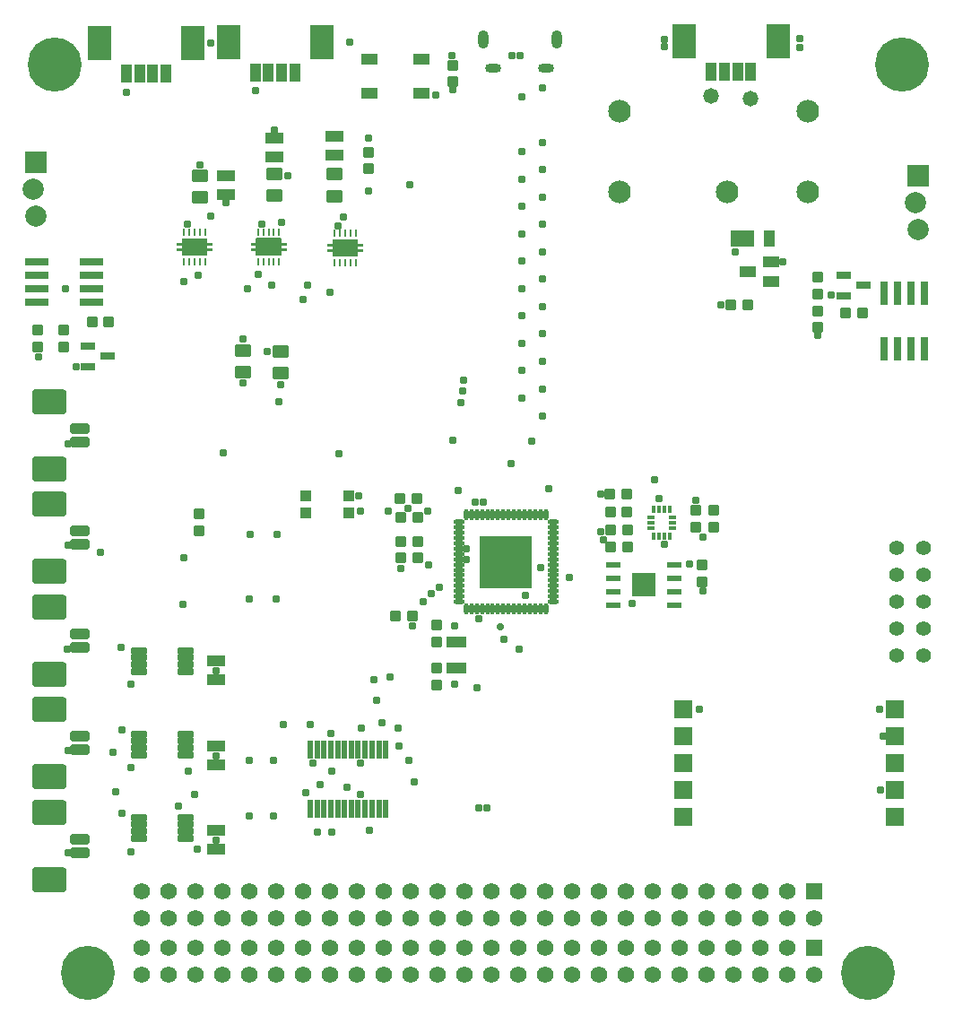
<source format=gts>
G04*
G04 #@! TF.GenerationSoftware,Altium Limited,Altium Designer,22.6.1 (34)*
G04*
G04 Layer_Color=8388736*
%FSLAX25Y25*%
%MOIN*%
G70*
G04*
G04 #@! TF.SameCoordinates,44BA9B1E-1016-45A4-B772-E771DC22F3FE*
G04*
G04*
G04 #@! TF.FilePolarity,Negative*
G04*
G01*
G75*
%ADD23R,0.06706X0.04147*%
G04:AMPARAMS|DCode=24|XSize=25.72mil|YSize=61.15mil|CornerRadius=5.95mil|HoleSize=0mil|Usage=FLASHONLY|Rotation=90.000|XOffset=0mil|YOffset=0mil|HoleType=Round|Shape=RoundedRectangle|*
%AMROUNDEDRECTD24*
21,1,0.02572,0.04925,0,0,90.0*
21,1,0.01382,0.06115,0,0,90.0*
1,1,0.01190,0.02463,0.00691*
1,1,0.01190,0.02463,-0.00691*
1,1,0.01190,-0.02463,-0.00691*
1,1,0.01190,-0.02463,0.00691*
%
%ADD24ROUNDEDRECTD24*%
G04:AMPARAMS|DCode=25|XSize=90.68mil|YSize=126.11mil|CornerRadius=8.96mil|HoleSize=0mil|Usage=FLASHONLY|Rotation=270.000|XOffset=0mil|YOffset=0mil|HoleType=Round|Shape=RoundedRectangle|*
%AMROUNDEDRECTD25*
21,1,0.09068,0.10819,0,0,270.0*
21,1,0.07276,0.12611,0,0,270.0*
1,1,0.01792,-0.05409,-0.03638*
1,1,0.01792,-0.05409,0.03638*
1,1,0.01792,0.05409,0.03638*
1,1,0.01792,0.05409,-0.03638*
%
%ADD25ROUNDEDRECTD25*%
G04:AMPARAMS|DCode=26|XSize=39.5mil|YSize=70.99mil|CornerRadius=7.94mil|HoleSize=0mil|Usage=FLASHONLY|Rotation=270.000|XOffset=0mil|YOffset=0mil|HoleType=Round|Shape=RoundedRectangle|*
%AMROUNDEDRECTD26*
21,1,0.03950,0.05512,0,0,270.0*
21,1,0.02362,0.07099,0,0,270.0*
1,1,0.01587,-0.02756,-0.01181*
1,1,0.01587,-0.02756,0.01181*
1,1,0.01587,0.02756,0.01181*
1,1,0.01587,0.02756,-0.01181*
%
%ADD26ROUNDEDRECTD26*%
%ADD27R,0.02200X0.06600*%
%ADD28R,0.06706X0.06706*%
%ADD29R,0.07487X0.04337*%
%ADD30R,0.01384X0.03057*%
%ADD31R,0.03057X0.01384*%
%ADD32R,0.09161X0.06012*%
%ADD33R,0.04043X0.06012*%
%ADD34R,0.06306X0.04337*%
%ADD35R,0.08768X0.08768*%
%ADD36R,0.05224X0.02272*%
%ADD37O,0.01981X0.04147*%
%ADD38O,0.04147X0.01981*%
%ADD39R,0.19698X0.19698*%
%ADD40R,0.09100X0.02800*%
%ADD41R,0.03943X0.03943*%
G04:AMPARAMS|DCode=42|XSize=38.45mil|YSize=41.4mil|CornerRadius=6.31mil|HoleSize=0mil|Usage=FLASHONLY|Rotation=270.000|XOffset=0mil|YOffset=0mil|HoleType=Round|Shape=RoundedRectangle|*
%AMROUNDEDRECTD42*
21,1,0.03845,0.02879,0,0,270.0*
21,1,0.02584,0.04140,0,0,270.0*
1,1,0.01261,-0.01440,-0.01292*
1,1,0.01261,-0.01440,0.01292*
1,1,0.01261,0.01440,0.01292*
1,1,0.01261,0.01440,-0.01292*
%
%ADD42ROUNDEDRECTD42*%
%ADD43R,0.05700X0.02700*%
%ADD44R,0.06012X0.04437*%
G04:AMPARAMS|DCode=45|XSize=49.28mil|YSize=59.12mil|CornerRadius=6.98mil|HoleSize=0mil|Usage=FLASHONLY|Rotation=90.000|XOffset=0mil|YOffset=0mil|HoleType=Round|Shape=RoundedRectangle|*
%AMROUNDEDRECTD45*
21,1,0.04928,0.04516,0,0,90.0*
21,1,0.03532,0.05912,0,0,90.0*
1,1,0.01396,0.02258,0.01766*
1,1,0.01396,0.02258,-0.01766*
1,1,0.01396,-0.02258,-0.01766*
1,1,0.01396,-0.02258,0.01766*
%
%ADD45ROUNDEDRECTD45*%
%ADD46R,0.09068X0.12611*%
%ADD47R,0.03950X0.07099*%
%ADD48C,0.05847*%
G04:AMPARAMS|DCode=49|XSize=23.62mil|YSize=9.45mil|CornerRadius=1.98mil|HoleSize=0mil|Usage=FLASHONLY|Rotation=270.000|XOffset=0mil|YOffset=0mil|HoleType=Round|Shape=RoundedRectangle|*
%AMROUNDEDRECTD49*
21,1,0.02362,0.00548,0,0,270.0*
21,1,0.01965,0.00945,0,0,270.0*
1,1,0.00397,-0.00274,-0.00983*
1,1,0.00397,-0.00274,0.00983*
1,1,0.00397,0.00274,0.00983*
1,1,0.00397,0.00274,-0.00983*
%
%ADD49ROUNDEDRECTD49*%
G04:AMPARAMS|DCode=50|XSize=38.45mil|YSize=41.4mil|CornerRadius=6.31mil|HoleSize=0mil|Usage=FLASHONLY|Rotation=0.000|XOffset=0mil|YOffset=0mil|HoleType=Round|Shape=RoundedRectangle|*
%AMROUNDEDRECTD50*
21,1,0.03845,0.02879,0,0,0.0*
21,1,0.02584,0.04140,0,0,0.0*
1,1,0.01261,0.01292,-0.01440*
1,1,0.01261,-0.01292,-0.01440*
1,1,0.01261,-0.01292,0.01440*
1,1,0.01261,0.01292,0.01440*
%
%ADD50ROUNDEDRECTD50*%
%ADD51R,0.02800X0.09100*%
%ADD52R,0.06194X0.06194*%
%ADD53C,0.06194*%
%ADD54C,0.05518*%
%ADD55C,0.07900*%
%ADD56R,0.07900X0.07900*%
%ADD57O,0.03851X0.06902*%
%ADD58O,0.05918X0.03359*%
%ADD59C,0.08400*%
%ADD60C,0.20085*%
%ADD61C,0.03099*%
%ADD62C,0.02769*%
%ADD63C,0.01968*%
%ADD64C,0.05800*%
G36*
X733996Y294185D02*
X734035D01*
X734107Y294155D01*
X734163Y294100D01*
X734193Y294027D01*
Y293988D01*
X734193Y292413D01*
X735965Y292413D01*
Y292413D01*
X736004D01*
X736076Y292383D01*
X736131Y292328D01*
X736161Y292256D01*
Y292216D01*
X736161Y291626D01*
Y291626D01*
X736161Y291587D01*
X736131Y291514D01*
X736076Y291459D01*
X736004Y291429D01*
X735965Y291429D01*
X734193Y291429D01*
Y290445D01*
X735965Y290445D01*
Y290445D01*
X736004Y290445D01*
X736076Y290415D01*
X736131Y290359D01*
X736161Y290287D01*
X736161Y290248D01*
Y289657D01*
X736161D01*
Y289618D01*
X736131Y289546D01*
X736076Y289491D01*
X736004Y289461D01*
X735965D01*
X734193Y289461D01*
Y287886D01*
X734193Y287886D01*
Y287847D01*
X734163Y287774D01*
X734107Y287719D01*
X734035Y287689D01*
X724902D01*
X724829Y287719D01*
X724774Y287774D01*
X724744Y287847D01*
Y287886D01*
X724744Y289461D01*
X722972Y289461D01*
X722933D01*
X722861Y289491D01*
X722806Y289546D01*
X722776Y289618D01*
Y289657D01*
Y290248D01*
X722776D01*
Y290287D01*
X722806Y290359D01*
X722861Y290415D01*
X722933Y290445D01*
X722972Y290445D01*
X724744D01*
Y291429D01*
X722972Y291429D01*
X722972D01*
X722933Y291429D01*
X722861Y291459D01*
X722806Y291514D01*
X722776Y291587D01*
X722776Y291626D01*
X722776Y292216D01*
Y292256D01*
X722806Y292328D01*
X722861Y292383D01*
X722933Y292413D01*
X722972D01*
X724744Y292413D01*
Y293988D01*
X724744D01*
Y294027D01*
X724774Y294100D01*
X724829Y294155D01*
X724902Y294185D01*
X724941D01*
X733996Y294185D01*
X733996Y294185D01*
D02*
G37*
G36*
X761527Y294248D02*
X761567D01*
X761639Y294218D01*
X761694Y294163D01*
X761724Y294090D01*
Y294051D01*
X761724Y292476D01*
X763496Y292476D01*
Y292476D01*
X763535D01*
X763608Y292446D01*
X763663Y292391D01*
X763693Y292319D01*
Y292280D01*
X763693Y291689D01*
Y291689D01*
X763693Y291650D01*
X763663Y291578D01*
X763608Y291522D01*
X763535Y291492D01*
X763496Y291492D01*
X761724Y291492D01*
Y290508D01*
X763496Y290508D01*
Y290508D01*
X763535Y290508D01*
X763608Y290478D01*
X763663Y290423D01*
X763693Y290350D01*
X763693Y290311D01*
Y289721D01*
X763693D01*
Y289681D01*
X763663Y289609D01*
X763608Y289554D01*
X763535Y289524D01*
X763496D01*
X761724Y289524D01*
Y287949D01*
X761724Y287949D01*
Y287910D01*
X761694Y287837D01*
X761639Y287782D01*
X761567Y287752D01*
X752433D01*
X752361Y287782D01*
X752306Y287837D01*
X752276Y287910D01*
Y287949D01*
X752276Y289524D01*
X750504Y289524D01*
X750465D01*
X750392Y289554D01*
X750337Y289609D01*
X750307Y289681D01*
Y289721D01*
Y290311D01*
X750307D01*
Y290350D01*
X750337Y290423D01*
X750392Y290478D01*
X750465Y290508D01*
X750504Y290508D01*
X752276D01*
Y291492D01*
X750504Y291492D01*
X750504D01*
X750465Y291492D01*
X750392Y291522D01*
X750337Y291578D01*
X750307Y291650D01*
X750307Y291689D01*
X750307Y292280D01*
Y292319D01*
X750337Y292391D01*
X750392Y292446D01*
X750465Y292476D01*
X750504D01*
X752276Y292476D01*
Y294051D01*
X752276D01*
Y294090D01*
X752306Y294163D01*
X752361Y294218D01*
X752433Y294248D01*
X752472D01*
X761528Y294248D01*
X761527Y294248D01*
D02*
G37*
G36*
X790028Y293748D02*
X790067D01*
X790139Y293718D01*
X790194Y293663D01*
X790224Y293590D01*
Y293551D01*
X790224Y291976D01*
X791996Y291976D01*
Y291976D01*
X792035D01*
X792108Y291946D01*
X792163Y291891D01*
X792193Y291819D01*
Y291779D01*
X792193Y291189D01*
Y291189D01*
X792193Y291150D01*
X792163Y291077D01*
X792108Y291022D01*
X792035Y290992D01*
X791996Y290992D01*
X790224Y290992D01*
Y290008D01*
X791996Y290008D01*
Y290008D01*
X792035Y290008D01*
X792108Y289978D01*
X792163Y289922D01*
X792193Y289850D01*
X792193Y289811D01*
Y289220D01*
X792193D01*
Y289181D01*
X792163Y289109D01*
X792108Y289054D01*
X792035Y289024D01*
X791996D01*
X790224Y289024D01*
Y287449D01*
X790224Y287449D01*
Y287410D01*
X790194Y287337D01*
X790139Y287282D01*
X790067Y287252D01*
X780933D01*
X780861Y287282D01*
X780806Y287337D01*
X780776Y287410D01*
Y287449D01*
X780776Y289024D01*
X779004Y289024D01*
X778965D01*
X778892Y289054D01*
X778837Y289109D01*
X778807Y289181D01*
Y289220D01*
Y289811D01*
X778807D01*
Y289850D01*
X778837Y289922D01*
X778892Y289978D01*
X778965Y290008D01*
X779004Y290008D01*
X780776D01*
Y290992D01*
X779004Y290992D01*
X779004D01*
X778965Y290992D01*
X778892Y291022D01*
X778837Y291077D01*
X778807Y291150D01*
X778807Y291189D01*
X778807Y291779D01*
Y291819D01*
X778837Y291891D01*
X778892Y291946D01*
X778965Y291976D01*
X779004D01*
X780776Y291976D01*
Y293551D01*
X780776D01*
Y293590D01*
X780806Y293663D01*
X780861Y293718D01*
X780933Y293748D01*
X780972D01*
X790028Y293748D01*
X790028Y293748D01*
D02*
G37*
D23*
X737500Y67055D02*
D03*
Y73945D02*
D03*
Y105445D02*
D03*
Y98555D02*
D03*
X781500Y331945D02*
D03*
Y325055D02*
D03*
X737500Y137000D02*
D03*
Y130110D02*
D03*
X741000Y317445D02*
D03*
Y310555D02*
D03*
X759000Y331445D02*
D03*
Y324555D02*
D03*
D24*
X726260Y133161D02*
D03*
Y135721D02*
D03*
Y138279D02*
D03*
X708740Y133161D02*
D03*
Y135721D02*
D03*
Y138279D02*
D03*
Y140839D02*
D03*
X726260D02*
D03*
Y71161D02*
D03*
Y73721D02*
D03*
Y76279D02*
D03*
X708740Y71161D02*
D03*
Y73721D02*
D03*
Y76279D02*
D03*
Y78839D02*
D03*
X726260D02*
D03*
Y109839D02*
D03*
X708740D02*
D03*
Y107280D02*
D03*
Y104720D02*
D03*
Y102161D02*
D03*
X726260Y107280D02*
D03*
Y104720D02*
D03*
Y102161D02*
D03*
D25*
X675531Y208500D02*
D03*
Y233500D02*
D03*
Y195328D02*
D03*
Y170328D02*
D03*
Y132156D02*
D03*
Y157156D02*
D03*
Y55812D02*
D03*
Y80812D02*
D03*
Y93984D02*
D03*
Y118984D02*
D03*
D26*
X686949Y218539D02*
D03*
Y223461D02*
D03*
Y185289D02*
D03*
Y180367D02*
D03*
Y142195D02*
D03*
Y147117D02*
D03*
Y65851D02*
D03*
Y70772D02*
D03*
Y104023D02*
D03*
Y108945D02*
D03*
D27*
X772400Y81900D02*
D03*
X775000D02*
D03*
X777500D02*
D03*
X780100D02*
D03*
X782700D02*
D03*
X785200D02*
D03*
X787800D02*
D03*
X790300D02*
D03*
X792900D02*
D03*
X795500D02*
D03*
X798000D02*
D03*
X800600D02*
D03*
Y104100D02*
D03*
X798000D02*
D03*
X795500D02*
D03*
X792900D02*
D03*
X790300D02*
D03*
X787800D02*
D03*
X785200D02*
D03*
X782700D02*
D03*
X780100D02*
D03*
X777500D02*
D03*
X775000D02*
D03*
X772400D02*
D03*
D28*
X911130Y79000D02*
D03*
Y89000D02*
D03*
Y99000D02*
D03*
Y109000D02*
D03*
Y119000D02*
D03*
X989870D02*
D03*
Y109000D02*
D03*
Y99000D02*
D03*
Y89000D02*
D03*
Y79000D02*
D03*
D29*
X826826Y144208D02*
D03*
Y134365D02*
D03*
D30*
X900261Y183334D02*
D03*
X902229D02*
D03*
X904198D02*
D03*
X906166D02*
D03*
Y193271D02*
D03*
X904198D02*
D03*
X902229D02*
D03*
X900261D02*
D03*
D31*
X907198Y186334D02*
D03*
Y188302D02*
D03*
Y190271D02*
D03*
X899230D02*
D03*
Y188302D02*
D03*
Y186334D02*
D03*
D32*
X933163Y294098D02*
D03*
D33*
X943203D02*
D03*
D34*
X813859Y348027D02*
D03*
Y360625D02*
D03*
X794568Y348027D02*
D03*
Y360625D02*
D03*
D35*
X896358Y165239D02*
D03*
D36*
X907637Y172739D02*
D03*
Y167739D02*
D03*
Y162739D02*
D03*
Y157739D02*
D03*
X885078D02*
D03*
Y162739D02*
D03*
Y167739D02*
D03*
Y172739D02*
D03*
D37*
X830450Y156306D02*
D03*
X832419D02*
D03*
X834387D02*
D03*
X836355D02*
D03*
X838324D02*
D03*
X840292D02*
D03*
X842261D02*
D03*
X844230D02*
D03*
X846198D02*
D03*
X848166D02*
D03*
X850135D02*
D03*
X852104D02*
D03*
X854072D02*
D03*
X856041D02*
D03*
X858009D02*
D03*
X859978D02*
D03*
Y191346D02*
D03*
X858009D02*
D03*
X856041D02*
D03*
X854072D02*
D03*
X852104D02*
D03*
X850135D02*
D03*
X848166D02*
D03*
X846198D02*
D03*
X844230D02*
D03*
X842261D02*
D03*
X840292D02*
D03*
X838324D02*
D03*
X836355D02*
D03*
X834387D02*
D03*
X832419D02*
D03*
X830450D02*
D03*
D38*
X862733Y159062D02*
D03*
Y161031D02*
D03*
Y162999D02*
D03*
Y164968D02*
D03*
Y166936D02*
D03*
Y168905D02*
D03*
Y170873D02*
D03*
Y172842D02*
D03*
Y174810D02*
D03*
Y176779D02*
D03*
Y178747D02*
D03*
Y180716D02*
D03*
Y182684D02*
D03*
Y184653D02*
D03*
Y186621D02*
D03*
Y188590D02*
D03*
X827694D02*
D03*
Y186621D02*
D03*
Y184653D02*
D03*
Y182684D02*
D03*
Y180716D02*
D03*
Y178747D02*
D03*
Y176779D02*
D03*
Y174810D02*
D03*
Y172842D02*
D03*
Y170873D02*
D03*
Y168905D02*
D03*
Y166936D02*
D03*
Y164968D02*
D03*
Y162999D02*
D03*
Y161031D02*
D03*
Y159062D02*
D03*
D39*
X845214Y173826D02*
D03*
D40*
X670700Y270500D02*
D03*
Y275500D02*
D03*
Y280500D02*
D03*
Y285500D02*
D03*
X691300D02*
D03*
Y280500D02*
D03*
Y275500D02*
D03*
Y270500D02*
D03*
D41*
X786785Y192176D02*
D03*
Y198476D02*
D03*
X770643D02*
D03*
Y192176D02*
D03*
D42*
X961000Y267100D02*
D03*
Y260900D02*
D03*
X915664Y193063D02*
D03*
Y186862D02*
D03*
X794000Y320003D02*
D03*
Y326203D02*
D03*
X825500Y358478D02*
D03*
Y352278D02*
D03*
X731173Y191682D02*
D03*
Y185482D02*
D03*
X918214Y166512D02*
D03*
Y172713D02*
D03*
X922324Y186879D02*
D03*
Y193079D02*
D03*
X819326Y128186D02*
D03*
Y134387D02*
D03*
Y150387D02*
D03*
Y144186D02*
D03*
X961100Y273536D02*
D03*
Y279737D02*
D03*
X680842Y260005D02*
D03*
Y253804D02*
D03*
X671242D02*
D03*
Y260005D02*
D03*
D43*
X970650Y280387D02*
D03*
Y272887D02*
D03*
X978050Y276637D02*
D03*
X697242Y250298D02*
D03*
X689842Y246548D02*
D03*
Y254048D02*
D03*
D44*
X943839Y278058D02*
D03*
Y285539D02*
D03*
X935177Y281798D02*
D03*
D45*
X781468Y309846D02*
D03*
Y317917D02*
D03*
X761469Y243965D02*
D03*
Y252035D02*
D03*
X747469Y244465D02*
D03*
Y252535D02*
D03*
X759000Y317980D02*
D03*
Y309910D02*
D03*
X731500Y317535D02*
D03*
Y309465D02*
D03*
D46*
X911461Y367417D02*
D03*
X946303D02*
D03*
X728921Y366709D02*
D03*
X694079D02*
D03*
X776842Y367000D02*
D03*
X742000D02*
D03*
D47*
X921500Y356000D02*
D03*
X926421D02*
D03*
X931343D02*
D03*
X936264D02*
D03*
X718882Y355291D02*
D03*
X713961D02*
D03*
X709039D02*
D03*
X704118D02*
D03*
X766803Y355583D02*
D03*
X761882D02*
D03*
X756961D02*
D03*
X752039D02*
D03*
D48*
X785500Y290500D02*
D03*
X757000Y291000D02*
D03*
X729468Y290937D02*
D03*
D49*
X789437Y284988D02*
D03*
X787468D02*
D03*
X785500D02*
D03*
X783532D02*
D03*
X781563D02*
D03*
Y296012D02*
D03*
X783532D02*
D03*
X785500D02*
D03*
X787468D02*
D03*
X789437D02*
D03*
X760937Y296512D02*
D03*
X758968D02*
D03*
X757000D02*
D03*
X755031D02*
D03*
X753063D02*
D03*
Y285488D02*
D03*
X755031D02*
D03*
X757000D02*
D03*
X758968D02*
D03*
X760937D02*
D03*
X733405Y296449D02*
D03*
X731437D02*
D03*
X729468D02*
D03*
X727500D02*
D03*
X725531D02*
D03*
Y285425D02*
D03*
X727500D02*
D03*
X729468D02*
D03*
X731437D02*
D03*
X733405D02*
D03*
D50*
X883900Y199000D02*
D03*
X890100D02*
D03*
X884113Y185802D02*
D03*
X890314D02*
D03*
X884113Y179302D02*
D03*
X890314D02*
D03*
X805874Y197489D02*
D03*
X812075D02*
D03*
X890200Y192302D02*
D03*
X884000D02*
D03*
X804113Y153826D02*
D03*
X810314D02*
D03*
X812314Y190326D02*
D03*
X806113D02*
D03*
Y175326D02*
D03*
X812314D02*
D03*
Y181326D02*
D03*
X806113D02*
D03*
X928907Y269388D02*
D03*
X935108D02*
D03*
X691400Y263000D02*
D03*
X697600D02*
D03*
X977814Y266326D02*
D03*
X971613D02*
D03*
D51*
X985714Y253026D02*
D03*
X990714D02*
D03*
X995714D02*
D03*
X1000714D02*
D03*
Y273626D02*
D03*
X995714D02*
D03*
X990714D02*
D03*
X985714D02*
D03*
D52*
X959886Y30248D02*
D03*
Y51547D02*
D03*
D53*
Y20248D02*
D03*
X949886Y30248D02*
D03*
Y20248D02*
D03*
X939886Y30248D02*
D03*
Y20248D02*
D03*
X929886Y30248D02*
D03*
Y20248D02*
D03*
X919886Y30248D02*
D03*
Y20248D02*
D03*
X909886Y30248D02*
D03*
Y20248D02*
D03*
X899886Y30248D02*
D03*
Y20248D02*
D03*
X889886Y30248D02*
D03*
Y20248D02*
D03*
X879886Y30248D02*
D03*
Y20248D02*
D03*
X869886Y30248D02*
D03*
Y20248D02*
D03*
X859886Y30248D02*
D03*
Y20248D02*
D03*
X849886Y30248D02*
D03*
Y20248D02*
D03*
X839886Y30248D02*
D03*
Y20248D02*
D03*
X829886Y30248D02*
D03*
Y20248D02*
D03*
X819886Y30248D02*
D03*
Y20248D02*
D03*
X809886Y30248D02*
D03*
Y20248D02*
D03*
X799886Y30248D02*
D03*
Y20248D02*
D03*
X789886Y30248D02*
D03*
Y20248D02*
D03*
X779886Y30248D02*
D03*
Y20248D02*
D03*
X769886Y30248D02*
D03*
Y20248D02*
D03*
X759886Y30248D02*
D03*
Y20248D02*
D03*
X749886Y30248D02*
D03*
Y20248D02*
D03*
X739886Y30248D02*
D03*
Y20248D02*
D03*
X729886Y30248D02*
D03*
Y20248D02*
D03*
X719886Y30248D02*
D03*
Y20248D02*
D03*
X709886Y30248D02*
D03*
Y20248D02*
D03*
Y41547D02*
D03*
Y51547D02*
D03*
X719886Y41547D02*
D03*
Y51547D02*
D03*
X729886Y41547D02*
D03*
Y51547D02*
D03*
X739886Y41547D02*
D03*
Y51547D02*
D03*
X749886Y41547D02*
D03*
Y51547D02*
D03*
X759886Y41547D02*
D03*
Y51547D02*
D03*
X769886Y41547D02*
D03*
Y51547D02*
D03*
X779886Y41547D02*
D03*
Y51547D02*
D03*
X789886Y41547D02*
D03*
Y51547D02*
D03*
X799886Y41547D02*
D03*
Y51547D02*
D03*
X809886Y41547D02*
D03*
Y51547D02*
D03*
X819886Y41547D02*
D03*
Y51547D02*
D03*
X829886Y41547D02*
D03*
Y51547D02*
D03*
X839886Y41547D02*
D03*
Y51547D02*
D03*
X849886Y41547D02*
D03*
Y51547D02*
D03*
X859886Y41547D02*
D03*
Y51547D02*
D03*
X869886Y41547D02*
D03*
Y51547D02*
D03*
X879886Y41547D02*
D03*
Y51547D02*
D03*
X889886Y41547D02*
D03*
Y51547D02*
D03*
X899886Y41547D02*
D03*
Y51547D02*
D03*
X909886Y41547D02*
D03*
Y51547D02*
D03*
X919886Y41547D02*
D03*
Y51547D02*
D03*
X929886Y41547D02*
D03*
Y51547D02*
D03*
X939886Y41547D02*
D03*
Y51547D02*
D03*
X949886Y41547D02*
D03*
Y51547D02*
D03*
X959886Y41547D02*
D03*
D54*
X1000500Y149000D02*
D03*
Y139000D02*
D03*
X990500Y149000D02*
D03*
Y139000D02*
D03*
X1000500Y179000D02*
D03*
Y159000D02*
D03*
X990500Y179000D02*
D03*
Y159000D02*
D03*
X1000500Y169000D02*
D03*
X990500D02*
D03*
D55*
X670530Y302370D02*
D03*
X669530Y312370D02*
D03*
X997500Y307500D02*
D03*
X998500Y297500D02*
D03*
D56*
X670530Y322370D02*
D03*
X998500Y317500D02*
D03*
D57*
X864221Y368130D02*
D03*
X836661D02*
D03*
D58*
X860283Y357500D02*
D03*
X840598D02*
D03*
D59*
X887500Y311500D02*
D03*
X927500D02*
D03*
X957500D02*
D03*
Y341500D02*
D03*
X887500D02*
D03*
D60*
X677404Y358575D02*
D03*
X992362Y358579D02*
D03*
X689806Y21175D02*
D03*
X979965Y21174D02*
D03*
D61*
X900500Y204500D02*
D03*
X838099Y82500D02*
D03*
X805500Y105500D02*
D03*
X809000Y100000D02*
D03*
X805000Y112000D02*
D03*
X796000Y130000D02*
D03*
X835000Y82500D02*
D03*
X802000Y131000D02*
D03*
X852500Y161500D02*
D03*
X811000Y92000D02*
D03*
X780500Y73500D02*
D03*
X850000Y141500D02*
D03*
X772500Y113500D02*
D03*
X762500D02*
D03*
X799000Y114000D02*
D03*
X702500Y111500D02*
D03*
X791500Y112000D02*
D03*
X797000Y122240D02*
D03*
X834500Y127000D02*
D03*
X780000Y110000D02*
D03*
X791000Y99000D02*
D03*
X702500Y80500D02*
D03*
X749886Y100218D02*
D03*
X758746Y100123D02*
D03*
X749886Y79310D02*
D03*
X758746D02*
D03*
X780500Y96000D02*
D03*
X776000Y91000D02*
D03*
X730492Y67144D02*
D03*
X723500Y83000D02*
D03*
X700000Y88500D02*
D03*
X699000Y103000D02*
D03*
X702022Y141900D02*
D03*
X791000Y87500D02*
D03*
X786000Y90000D02*
D03*
X773500Y99000D02*
D03*
X727000Y96000D02*
D03*
X694500Y177500D02*
D03*
X729500Y87500D02*
D03*
X770900Y88000D02*
D03*
X775000Y73500D02*
D03*
X794500Y74000D02*
D03*
X737500Y101822D02*
D03*
Y70322D02*
D03*
Y133377D02*
D03*
X705859Y66000D02*
D03*
Y128500D02*
D03*
Y97250D02*
D03*
X740000Y214500D02*
D03*
X947988Y285500D02*
D03*
X880500Y199000D02*
D03*
X801500Y192786D02*
D03*
X816000D02*
D03*
X791000D02*
D03*
X808710Y193756D02*
D03*
X898500Y166000D02*
D03*
X894000D02*
D03*
X891988Y158476D02*
D03*
X881449Y182083D02*
D03*
X880490Y185030D02*
D03*
X868732Y168105D02*
D03*
X851023Y346737D02*
D03*
Y326390D02*
D03*
Y316217D02*
D03*
Y306044D02*
D03*
Y295871D02*
D03*
Y285697D02*
D03*
Y275524D02*
D03*
Y265351D02*
D03*
Y255178D02*
D03*
Y245004D02*
D03*
Y234831D02*
D03*
X847000Y210500D02*
D03*
X854884Y218608D02*
D03*
X858666Y228052D02*
D03*
Y238225D02*
D03*
Y248399D02*
D03*
Y258572D02*
D03*
Y268745D02*
D03*
Y278918D02*
D03*
Y289091D02*
D03*
Y299265D02*
D03*
Y309438D02*
D03*
Y319611D02*
D03*
Y329784D02*
D03*
Y350131D02*
D03*
X809500Y314000D02*
D03*
X850569Y361996D02*
D03*
X847450Y361996D02*
D03*
X836921Y196000D02*
D03*
X833822D02*
D03*
X820509Y164252D02*
D03*
X816634Y172690D02*
D03*
X835159Y152775D02*
D03*
X844500Y145000D02*
D03*
X779669Y273944D02*
D03*
X761677Y300003D02*
D03*
X753163Y280625D02*
D03*
X758284Y276760D02*
D03*
X760000Y184000D02*
D03*
X830382Y178747D02*
D03*
Y174810D02*
D03*
X857993Y171756D02*
D03*
X861000Y201000D02*
D03*
X682328Y217747D02*
D03*
X725500Y175500D02*
D03*
X794000Y331500D02*
D03*
X682500Y180039D02*
D03*
X825500Y219000D02*
D03*
X761469Y239732D02*
D03*
X747469Y240232D02*
D03*
X725016Y157991D02*
D03*
X783257Y214147D02*
D03*
X984500Y89000D02*
D03*
X985500Y109000D02*
D03*
X810500Y150000D02*
D03*
X769794Y271287D02*
D03*
X782878Y298873D02*
D03*
X726847Y299310D02*
D03*
X741000Y307500D02*
D03*
X754349Y299389D02*
D03*
X759000Y334500D02*
D03*
X819000Y347500D02*
D03*
X825500Y349551D02*
D03*
X913500Y173000D02*
D03*
X918500Y183000D02*
D03*
X915664Y196735D02*
D03*
X902000Y197500D02*
D03*
X827432Y200302D02*
D03*
X790500Y198500D02*
D03*
X829500Y241500D02*
D03*
X829000Y237500D02*
D03*
X828347Y232987D02*
D03*
X685500Y246500D02*
D03*
X671500Y250000D02*
D03*
X930500Y289000D02*
D03*
X682500Y65851D02*
D03*
Y103851D02*
D03*
X682000Y141500D02*
D03*
X826000Y128500D02*
D03*
Y150000D02*
D03*
X747469Y256768D02*
D03*
X756547Y252065D02*
D03*
X760856Y233531D02*
D03*
X750000Y184000D02*
D03*
X759886Y160000D02*
D03*
X749886D02*
D03*
X814500Y159000D02*
D03*
X817500Y162000D02*
D03*
X731500Y321500D02*
D03*
X794000Y311680D02*
D03*
X764000Y317500D02*
D03*
X735500Y302500D02*
D03*
X725500Y278000D02*
D03*
X730784Y280500D02*
D03*
X771388Y276648D02*
D03*
X749000Y275500D02*
D03*
X784688Y302000D02*
D03*
X681500Y275500D02*
D03*
X961000Y258173D02*
D03*
X954500Y364970D02*
D03*
Y368500D02*
D03*
X904000Y368000D02*
D03*
Y365500D02*
D03*
X735461Y366854D02*
D03*
X787000Y367000D02*
D03*
X825286Y362052D02*
D03*
X925294Y269562D02*
D03*
X966000Y273000D02*
D03*
X904000Y180500D02*
D03*
X918500Y163000D02*
D03*
X984000Y119000D02*
D03*
X917000D02*
D03*
X806000Y171500D02*
D03*
X752000Y349000D02*
D03*
X704000Y348500D02*
D03*
D62*
X838718Y167330D02*
D03*
Y171661D02*
D03*
Y175991D02*
D03*
Y180322D02*
D03*
X843048Y167330D02*
D03*
Y171661D02*
D03*
Y175991D02*
D03*
Y180322D02*
D03*
X847379Y167330D02*
D03*
Y171661D02*
D03*
Y175991D02*
D03*
Y180322D02*
D03*
X851710Y167330D02*
D03*
Y171661D02*
D03*
Y175991D02*
D03*
Y180322D02*
D03*
X843026Y149713D02*
D03*
D63*
X781760Y290500D02*
D03*
X789240D02*
D03*
X785500Y288236D02*
D03*
Y292764D02*
D03*
X757000Y293264D02*
D03*
Y288736D02*
D03*
X760740Y291000D02*
D03*
X753260D02*
D03*
X729468Y293201D02*
D03*
Y288673D02*
D03*
X733209Y290937D02*
D03*
X725728D02*
D03*
D64*
X936193Y346200D02*
D03*
X921500Y347000D02*
D03*
M02*

</source>
